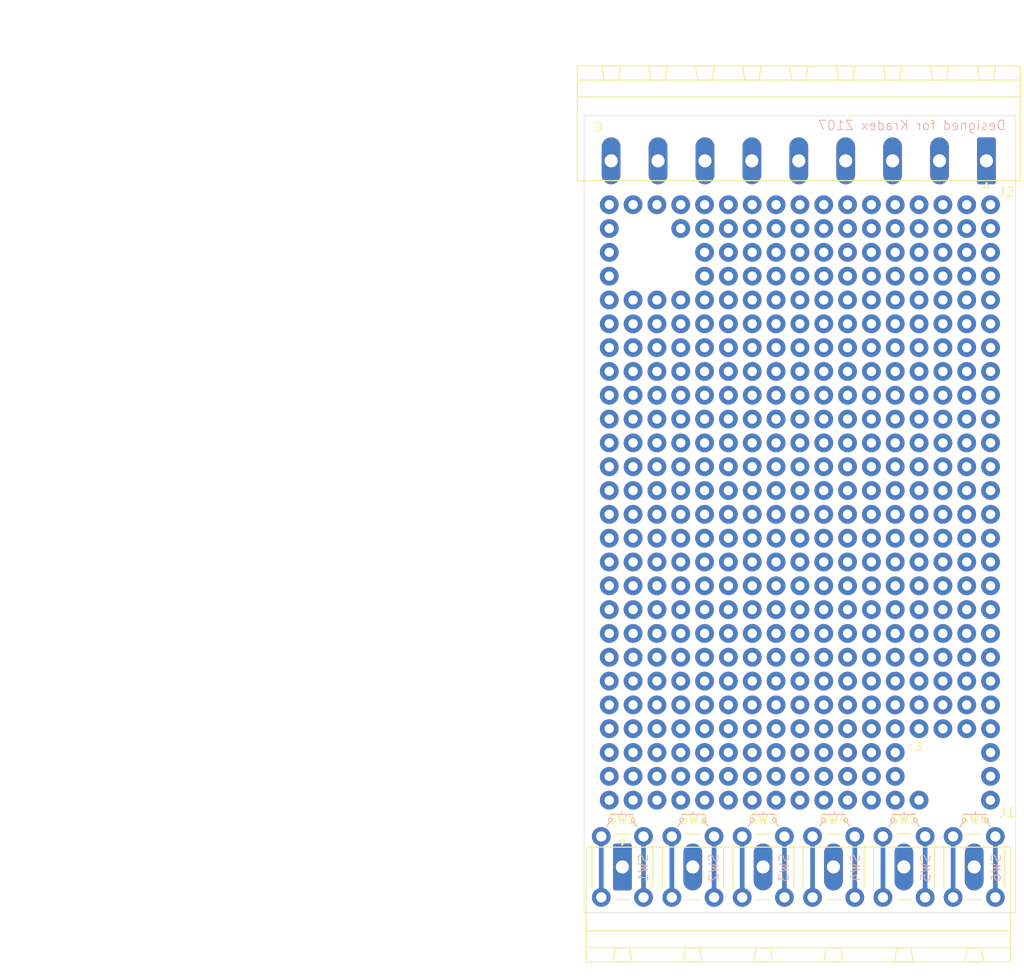
<source format=kicad_pcb>
(kicad_pcb (version 20240108) (generator "pcbnew") (generator_version "8.0")
  (layers (0 "F.Cu" signal) (31 "B.Cu" signal) (34 "B.Paste" user) (35 "F.Paste" user) (36 "B.SilkS" user "B.Silkscreen") (37 "F.SilkS" user "F.Silkscreen") (38 "B.Mask" user) (39 "F.Mask" user) (44 "Edge.Cuts" user))
  (net 0 "")
  (net 11 "unconnected-(SW1-A-Pad1)")
  (net 12 "unconnected-(SW1-B-Pad2)")
  (net 13 "unconnected-(SW2-A-Pad1)")
  (net 14 "unconnected-(SW2-B-Pad2)")
  (net 15 "unconnected-(SW3-A-Pad1)")
  (net 16 "unconnected-(SW3-B-Pad2)")
  (net 17 "unconnected-(SW4-B-Pad2)")
  (net 18 "unconnected-(SW4-A-Pad1)")
  (net 24 "unconnected-(SW5-B-Pad2)")
  (net 25 "unconnected-(SW5-A-Pad1)")
  (net 26 "unconnected-(SW6-A-Pad1)")
  (net 27 "unconnected-(SW6-B-Pad2)")
  (footprint "" (layer "F.Cu") (at 199.58 36.68)
    (property "Reference" "")
    (property "Value" "")
  )
  (footprint "" (layer "F.Cu") (at 176.72 64.62)
    (property "Reference" "")
    (property "Value" "")
  )
  (footprint "" (layer "F.Cu") (at 179.26 59.54)
    (property "Reference" "")
    (property "Value" "")
  )
  (footprint "" (layer "F.Cu") (at 191.96 36.68)
    (property "Reference" "")
    (property "Value" "")
  )
  (footprint "" (layer "F.Cu") (at 176.72 90.02)
    (property "Reference" "")
    (property "Value" "")
  )
  (footprint "" (layer "F.Cu") (at 199.58 79.86)
    (property "Reference" "")
    (property "Value" "")
  )
  (footprint "" (layer "F.Cu") (at 164.02 62.08)
    (property "Reference" "")
    (property "Value" "")
  )
  (footprint "" (layer "F.Cu") (at 197.04 90.02)
    (property "Reference" "")
    (property "Value" "")
  )
  (footprint "" (layer "F.Cu") (at 202.12 95.1)
    (property "Reference" "")
    (property "Value" "")
  )
  (footprint "" (layer "F.Cu") (at 179.26 97.64)
    (property "Reference" "")
    (property "Value" "")
  )
  (footprint "" (layer "F.Cu") (at 171.64 92.56)
    (property "Reference" "")
    (property "Value" "")
  )
  (footprint "" (layer "F.Cu") (at 181.8 97.64)
    (property "Reference" "")
    (property "Value" "")
  )
  (footprint "" (layer "F.Cu") (at 191.96 84.94)
    (property "Reference" "")
    (property "Value" "")
  )
  (footprint "" (layer "F.Cu") (at 179.26 36.68)
    (property "Reference" "")
    (property "Value" "")
  )
  (footprint "" (layer "F.Cu") (at 189.42 59.54)
    (property "Reference" "")
    (property "Value" "")
  )
  (footprint "" (layer "F.Cu") (at 176.72 97.64)
    (property "Reference" "")
    (property "Value" "")
  )
  (footprint "" (layer "F.Cu") (at 174.18 87.48)
    (property "Reference" "")
    (property "Value" "")
  )
  (footprint "" (layer "F.Cu") (at 191.96 39.22)
    (property "Reference" "")
    (property "Value" "")
  )
  (footprint "" (layer "F.Cu") (at 164.02 72.24)
    (property "Reference" "")
    (property "Value" "")
  )
  (footprint "Button_Switch_THT:SW_PUSH_6mm" (layer "F.Cu") (at 198.13 110.55 90)
    (property "Reference" "SW6")
    (property "Value" "SW_SPST")
  )
  (footprint "" (layer "F.Cu") (at 174.18 90.02)
    (property "Reference" "")
    (property "Value" "")
  )
  (footprint "" (layer "F.Cu") (at 189.42 72.24)
    (property "Reference" "")
    (property "Value" "")
  )
  (footprint "" (layer "F.Cu") (at 202.12 64.62)
    (property "Reference" "")
    (property "Value" "")
  )
  (footprint "" (layer "F.Cu") (at 171.64 67.16)
    (property "Reference" "")
    (property "Value" "")
  )
  (footprint "" (layer "F.Cu") (at 184.34 62.08)
    (property "Reference" "")
    (property "Value" "")
  )
  (footprint "" (layer "F.Cu") (at 166.56 64.62)
    (property "Reference" "")
    (property "Value" "")
  )
  (footprint "" (layer "F.Cu") (at 186.88 39.22)
    (property "Reference" "")
    (property "Value" "")
  )
  (footprint "" (layer "F.Cu") (at 202.12 74.78)
    (property "Reference" "")
    (property "Value" "")
  )
  (footprint "" (layer "F.Cu") (at 174.18 57)
    (property "Reference" "")
    (property "Value" "")
  )
  (footprint "MountingHole:MountingHole_3.2mm_M3" (layer "F.Cu") (at 165.78 42.7)
    (property "Reference" "H1" (hide yes))
    (property "Value" "MountingHole" (hide yes))
  )
  (footprint "" (layer "F.Cu") (at 176.72 82.4)
    (property "Reference" "")
    (property "Value" "")
  )
  (footprint "" (layer "F.Cu") (at 179.26 49.38)
    (property "Reference" "")
    (property "Value" "")
  )
  (footprint "" (layer "F.Cu") (at 194.5 92.56)
    (property "Reference" "")
    (property "Value" "")
  )
  (footprint "Button_Switch_THT:SW_PUSH_6mm" (layer "F.Cu") (at 175.65 110.55 90)
    (property "Reference" "SW3")
    (property "Value" "SW_SPST")
  )
  (footprint "" (layer "F.Cu") (at 184.34 57)
    (property "Reference" "")
    (property "Value" "")
  )
  (footprint "" (layer "F.Cu") (at 176.72 92.56)
    (property "Reference" "")
    (property "Value" "")
  )
  (footprint "" (layer "F.Cu") (at 174.18 64.62)
    (property "Reference" "")
    (property "Value" "")
  )
  (footprint "" (layer "F.Cu") (at 194.5 54.46)
    (property "Reference" "")
    (property "Value" "")
  )
  (footprint "" (layer "F.Cu") (at 184.34 36.68)
    (property "Reference" "")
    (property "Value" "")
  )
  (footprint "" (layer "F.Cu") (at 171.64 54.46)
    (property "Reference" "")
    (property "Value" "")
  )
  (footprint "" (layer "F.Cu") (at 194.5 84.94)
    (property "Reference" "")
    (property "Value" "")
  )
  (footprint "" (layer "F.Cu") (at 202.12 41.76)
    (property "Reference" "")
    (property "Value" "")
  )
  (footprint "" (layer "F.Cu") (at 174.18 62.08)
    (property "Reference" "")
    (property "Value" "")
  )
  (footprint "" (layer "F.Cu") (at 197.04 92.56)
    (property "Reference" "")
    (property "Value" "")
  )
  (footprint "" (layer "F.Cu") (at 199.58 44.3)
    (property "Reference" "")
    (property "Value" "")
  )
  (footprint "" (layer "F.Cu") (at 197.04 84.94)
    (property "Reference" "")
    (property "Value" "")
  )
  (footprint "" (layer "F.Cu") (at 166.56 84.94)
    (property "Reference" "")
    (property "Value" "")
  )
  (footprint "" (layer "F.Cu") (at 191.96 97.64)
    (property "Reference" "")
    (property "Value" "")
  )
  (footprint "" (layer "F.Cu") (at 161.48 54.46)
    (property "Reference" "")
    (property "Value" "")
  )
  (footprint "" (layer "F.Cu") (at 176.72 39.22)
    (property "Reference" "")
    (property "Value" "")
  )
  (footprint "" (layer "F.Cu") (at 186.88 90.02)
    (property "Reference" "")
    (property "Value" "")
  )
  (footprint "" (layer "F.Cu") (at 171.64 74.78)
    (property "Reference" "")
    (property "Value" "")
  )
  (footprint "" (layer "F.Cu") (at 179.26 74.78)
    (property "Reference" "")
    (property "Value" "")
  )
  (footprint "" (layer "F.Cu") (at 169.1 64.62)
    (property "Reference" "")
    (property "Value" "")
  )
  (footprint "" (layer "F.Cu") (at 171.64 95.1)
    (property "Reference" "")
    (property "Value" "")
  )
  (footprint "" (layer "F.Cu") (at 179.26 95.1)
    (property "Reference" "")
    (property "Value" "")
  )
  (footprint "" (layer "F.Cu") (at 184.34 51.92)
    (property "Reference" "")
    (property "Value" "")
  )
  (footprint "" (layer "F.Cu") (at 184.34 100.18)
    (property "Reference" "")
    (property "Value" "")
  )
  (footprint "" (layer "F.Cu") (at 169.1 82.4)
    (property "Reference" "")
    (property "Value" "")
  )
  (footprint "Connector_Phoenix_MSTB:PhoenixContact_MSTBA_2,5_9-G_1x09_P5.00mm_Horizontal" (layer "F.Cu") (at 201.68 32 180)
    (property "Reference" "J2")
    (property "Value" "Terminalblock9")
  )
  (footprint "" (layer "F.Cu") (at 169.1 54.46)
    (property "Reference" "")
    (property "Value" "")
  )
  (footprint "" (layer "F.Cu") (at 169.1 59.54)
    (property "Reference" "")
    (property "Value" "")
  )
  (footprint "" (layer "F.Cu") (at 179.26 84.94)
    (property "Reference" "")
    (property "Value" "")
  )
  (footprint "" (layer "F.Cu") (at 202.12 57)
    (property "Reference" "")
    (property "Value" "")
  )
  (footprint "" (layer "F.Cu") (at 186.88 97.64)
    (property "Reference" "")
    (property "Value" "")
  )
  (footprint "" (layer "F.Cu") (at 191.96 51.92)
    (property "Reference" "")
    (property "Value" "")
  )
  (footprint "" (layer "F.Cu") (at 202.12 44.3)
    (property "Reference" "")
    (property "Value" "")
  )
  (footprint "" (layer "F.Cu") (at 194.5 82.4)
    (property "Reference" "")
    (property "Value" "")
  )
  (footprint "" (layer "F.Cu") (at 202.12 67.16)
    (property "Reference" "")
    (property "Value" "")
  )
  (footprint "" (layer "F.Cu") (at 174.18 92.56)
    (property "Reference" "")
    (property "Value" "")
  )
  (footprint "" (layer "F.Cu") (at 194.5 72.24)
    (property "Reference" "")
    (property "Value" "")
  )
  (footprint "" (layer "F.Cu") (at 169.1 62.08)
    (property "Reference" "")
    (property "Value" "")
  )
  (footprint "" (layer "F.Cu") (at 199.58 82.4)
    (property "Reference" "")
    (property "Value" "")
  )
  (footprint "" (layer "F.Cu") (at 186.88 57)
    (property "Reference" "")
    (property "Value" "")
  )
  (footprint "" (layer "F.Cu") (at 202.12 77.32)
    (property "Reference" "")
    (property "Value" "")
  )
  (footprint "" (layer "F.Cu") (at 164.02 59.54)
    (property "Reference" "")
    (property "Value" "")
  )
  (footprint "" (layer "F.Cu") (at 174.18 39.22)
    (property "Reference" "")
    (property "Value" "")
  )
  (footprint "" (layer "F.Cu") (at 181.8 49.38)
    (property "Reference" "")
    (property "Value" "")
  )
  (footprint "" (layer "F.Cu") (at 191.96 41.76)
    (property "Reference" "")
    (property "Value" "")
  )
  (footprint "" (layer "F.Cu") (at 194.5 49.38)
    (property "Reference" "")
    (property "Value" "")
  )
  (footprint "" (layer "F.Cu") (at 194.5 69.7)
    (property "Reference" "")
    (property "Value" "")
  )
  (footprint "" (layer "F.Cu") (at 199.58 51.92)
    (property "Reference" "")
    (property "Value" "")
  )
  (footprint "" (layer "F.Cu") (at 189.42 92.56)
    (property "Reference" "")
    (property "Value" "")
  )
  (footprint "" (layer "F.Cu") (at 181.8 87.48)
    (property "Reference" "")
    (property "Value" "")
  )
  (footprint "" (layer "F.Cu") (at 176.72 67.16)
    (property "Reference" "")
    (property "Value" "")
  )
  (footprint "" (layer "F.Cu") (at 197.04 49.38)
    (property "Reference" "")
    (property "Value" "")
  )
  (footprint "" (layer "F.Cu") (at 199.58 62.08)
    (property "Reference" "")
    (property "Value" "")
  )
  (footprint "" (layer "F.Cu") (at 191.96 100.18)
    (property "Reference" "")
    (property "Value" "")
  )
  (footprint "" (layer "F.Cu") (at 181.8 84.94)
    (property "Reference" "")
    (property "Value" "")
  )
  (footprint "" (layer "F.Cu") (at 186.88 46.84)
    (property "Reference" "")
    (property "Value" "")
  )
  (footprint "" (layer "F.Cu") (at 186.88 100.18)
    (property "Reference" "")
    (property "Value" "")
  )
  (footprint "" (layer "F.Cu") (at 171.64 41.76)
    (property "Reference" "")
    (property "Value" "")
  )
  (footprint "" (layer "F.Cu") (at 164.02 87.48)
    (property "Reference" "")
    (property "Value" "")
  )
  (footprint "" (layer "F.Cu") (at 199.58 69.7)
    (property "Reference" "")
    (property "Value" "")
  )
  (footprint "" (layer "F.Cu") (at 171.64 69.7)
    (property "Reference" "")
    (property "Value" "")
  )
  (footprint "" (layer "F.Cu") (at 166.56 79.86)
    (property "Reference" "")
    (property "Value" "")
  )
  (footprint "" (layer "F.Cu") (at 191.96 44.3)
    (property "Reference" "")
    (property "Value" "")
  )
  (footprint "" (layer "F.Cu") (at 169.1 57)
    (property "Reference" "")
    (property "Value" "")
  )
  (footprint "" (layer "F.Cu") (at 176.72 95.1)
    (property "Reference" "")
    (property "Value" "")
  )
  (footprint "" (layer "F.Cu") (at 191.96 72.24)
    (property "Reference" "")
    (property "Value" "")
  )
  (footprint "" (layer "F.Cu") (at 202.12 49.38)
    (property "Reference" "")
    (property "Value" "")
  )
  (footprint "" (layer "F.Cu") (at 176.72 62.08)
    (property "Reference" "")
    (property "Value" "")
  )
  (footprint "" (layer "F.Cu") (at 164.02 97.64)
    (property "Reference" "")
    (property "Value" "")
  )
  (footprint "" (layer "F.Cu") (at 202.12 97.64)
    (property "Reference" "")
    (property "Value" "")
  )
  (footprint "" (layer "F.Cu") (at 176.72 79.86)
    (property "Reference" "")
    (property "Value" "")
  )
  (footprint "" (layer "F.Cu") (at 184.34 49.38)
    (property "Reference" "")
    (property "Value" "")
  )
  (footprint "" (layer "F.Cu") (at 189.42 95.1)
    (property "Reference" "")
    (property "Value" "")
  )
  (footprint "" (layer "F.Cu") (at 191.96 59.54)
    (property "Reference" "")
    (property "Value" "")
  )
  (footprint "" (layer "F.Cu") (at 184.34 87.48)
    (property "Reference" "")
    (property "Value" "")
  )
  (footprint "" (layer "F.Cu") (at 164.02 51.92)
    (property "Reference" "")
    (property "Value" "")
  )
  (footprint "" (layer "F.Cu") (at 169.1 49.38)
    (property "Reference" "")
    (property "Value" "")
  )
  (footprint "" (layer "F.Cu") (at 176.72 84.94)
    (property "Reference" "")
    (property "Value" "")
  )
  (footprint "" (layer "F.Cu") (at 189.42 44.3)
    (property "Reference" "")
    (property "Value" "")
  )
  (footprint "" (layer "F.Cu") (at 166.56 59.54)
    (property "Reference" "")
    (property "Value" "")
  )
  (footprint "" (layer "F.Cu") (at 202.12 90.02)
    (property "Reference" "")
    (property "Value" "")
  )
  (footprint "" (layer "F.Cu") (at 194.5 46.84)
    (property "Reference" "")
    (property "Value" "")
  )
  (footprint "" (layer "F.Cu") (at 186.88 54.46)
    (property "Reference" "")
    (property "Value" "")
  )
  (footprint "" (layer "F.Cu") (at 197.04 39.22)
    (property "Reference" "")
    (property "Value" "")
  )
  (footprint "" (layer "F.Cu") (at 161.48 74.78)
    (property "Reference" "")
    (property "Value" "")
  )
  (footprint "" (layer "F.Cu") (at 186.88 49.38)
    (property "Reference" "")
    (property "Value" "")
  )
  (footprint "" (layer "F.Cu") (at 199.58 84.94)
    (property "Reference" "")
    (property "Value" "")
  )
  (footprint "" (layer "F.Cu") (at 166.56 67.16)
    (property "Reference" "")
    (property "Value" "")
  )
  (footprint "" (layer "F.Cu") (at 161.48 64.62)
    (property "Reference" "")
    (property "Value" "")
  )
  (footprint "" (layer "F.Cu") (at 189.42 77.32)
    (property "Reference" "")
    (property "Value" "")
  )
  (footprint "" (layer "F.Cu") (at 181.8 77.32)
    (property "Reference" "")
    (property "Value" "")
  )
  (footprint "" (layer "F.Cu") (at 171.64 82.4)
    (property "Reference" "")
    (property "Value" "")
  )
  (footprint "" (layer "F.Cu") (at 169.1 69.7)
    (property "Reference" "")
    (property "Value" "")
  )
  (footprint "" (layer "F.Cu") (at 191.96 74.78)
    (property "Reference" "")
    (property "Value" "")
  )
  (footprint "" (layer "F.Cu") (at 169.1 39.22)
    (property "Reference" "")
    (property "Value" "")
  )
  (footprint "" (layer "F.Cu") (at 194.5 62.08)
    (property "Reference" "")
    (property "Value" "")
  )
  (footprint "" (layer "F.Cu") (at 169.1 51.92)
    (property "Reference" "")
    (property "Value" "")
  )
  (footprint "" (layer "F.Cu") (at 179.26 100.18)
    (property "Reference" "")
    (property "Value" "")
  )
  (footprint "" (layer "F.Cu") (at 181.8 57)
    (property "Reference" "")
    (property "Value" "")
  )
  (footprint "" (layer "F.Cu") (at 161.48 39.22)
    (property "Reference" "")
    (property "Value" "")
  )
  (footprint "" (layer "F.Cu") (at 189.42 62.08)
    (property "Reference" "")
    (property "Value" "")
  )
  (footprint "" (layer "F.Cu") (at 171.64 59.54)
    (property "Reference" "")
    (property "Value" "")
  )
  (footprint "" (layer "F.Cu") (at 197.04 64.62)
    (property "Reference" "")
    (property "Value" "")
  )
  (footprint "" (layer "F.Cu") (at 176.72 44.3)
    (property "Reference" "")
    (property "Value" "")
  )
  (footprint "" (layer "F.Cu") (at 176.72 59.54)
    (property "Reference" "")
    (property "Value" "")
  )
  (footprint "" (layer "F.Cu") (at 191.96 79.86)
    (property "Reference" "")
    (property "Value" "")
  )
  (footprint "Connector_Phoenix_GMSTB:PhoenixContact_GMSTBA_2,5_6-G_1x06_P7.50mm_Horizontal" (layer "F.Cu") (at 162.88 107.3)
    (property "Reference" "J1")
    (property "Value" "Terminalblock6")
  )
  (footprint "MountingHole:MountingHole_3.2mm_M3" (layer "F.Cu") (at 197.83 96.7)
    (property "Reference" "H2" (hide yes))
    (property "Value" "MountingHole" (hide yes))
  )
  (footprint "" (layer "F.Cu") (at 191.96 67.16)
    (property "Reference" "")
    (property "Value" "")
  )
  (footprint "" (layer "F.Cu") (at 166.56 51.92)
    (property "Reference" "")
    (property "Value" "")
  )
  (footprint "" (layer "F.Cu") (at 186.88 36.68)
    (property "Reference" "")
    (property "Value" "")
  )
  (footprint "" (layer "F.Cu") (at 179.26 87.48)
    (property "Reference" "")
    (property "Value" "")
  )
  (footprint "" (layer "F.Cu") (at 174.18 49.38)
    (property "Reference" "")
    (property "Value" "")
  )
  (footprint "" (layer "F.Cu") (at 202.12 59.54)
    (property "Reference" "")
    (property "Value" "")
  )
  (footprint "" (layer "F.Cu") (at 171.64 36.68)
    (property "Reference" "")
    (property "Value" "")
  )
  (footprint "" (layer "F.Cu") (at 184.34 97.64)
    (property "Reference" "")
    (property "Value" "")
  )
  (footprint "" (layer "F.Cu") (at 186.88 74.78)
    (property "Reference" "")
    (property "Value" "")
  )
  (footprint "" (layer "F.Cu") (at 171.64 79.86)
    (property "Reference" "")
    (property "Value" "")
  )
  (footprint "" (layer "F.Cu") (at 189.42 46.84)
    (property "Reference" "")
    (property "Value" "")
  )
  (footprint "" (layer "F.Cu") (at 161.48 57)
    (property "Reference" "")
    (property "Value" "")
  )
  (footprint "" (layer "F.Cu") (at 194.5 44.3)
    (property "Reference" "")
    (property "Value" "")
  )
  (footprint "" (layer "F.Cu") (at 186.88 84.94)
    (property "Reference" "")
    (property "Value" "")
  )
  (footprint "" (layer "F.Cu") (at 194.5 41.76)
    (property "Reference" "")
    (property "Value" "")
  )
  (footprint "" (layer "F.Cu") (at 194.5 36.68)
    (property "Reference" "")
    (property "Value" "")
  )
  (footprint "" (layer "F.Cu") (at 194.5 67.16)
    (property "Reference" "")
    (property "Value" "")
  )
  (footprint "" (layer "F.Cu") (at 189.42 69.7)
    (property "Reference" "")
    (property "Value" "")
  )
  (footprint "" (layer "F.Cu") (at 189.42 97.64)
    (property "Reference" "")
    (property "Value" "")
  )
  (footprint "" (layer "F.Cu") (at 181.8 41.76)
    (property "Reference" "")
    (property "Value" "")
  )
  (footprint "" (layer "F.Cu") (at 189.42 90.02)
    (property "Reference" "")
    (property "Value" "")
  )
  (footprint "" (layer "F.Cu") (at 179.26 57)
    (property "Reference" "")
    (property "Value" "")
  )
  (footprint "" (layer "F.Cu") (at 161.48 95.1)
    (property "Reference" "")
    (property "Value" "")
  )
  (footprint "" (layer "F.Cu") (at 199.58 59.54)
    (property "Reference" "")
    (property "Value" "")
  )
  (footprint "" (layer "F.Cu") (at 176.72 57)
    (property "Reference" "")
    (property "Value" "")
  )
  (footprint "" (layer "F.Cu") (at 199.58 67.16)
    (property "Reference" "")
    (property "Value" "")
  )
  (footprint "" (layer "F.Cu") (at 169.1 95.1)
    (property "Reference" "")
    (property "Value" "")
  )
  (footprint "" (layer "F.Cu") (at 171.64 87.48)
    (property "Reference" "")
    (property "Value" "")
  )
  (footprint "" (layer "F.Cu") (at 181.8 79.86)
    (property "Reference" "")
    (property "Value" "")
  )
  (footprint "" (layer "F.Cu") (at 174.18 41.76)
    (property "Reference" "")
    (property "Value" "")
  )
  (footprint "" (layer "F.Cu") (at 199.58 54.46)
    (property "Reference" "")
    (property "Value" "")
  )
  (footprint "" (layer "F.Cu") (at 199.58 64.62)
    (property "Reference" "")
    (property "Value" "")
  )
  (footprint "" (layer "F.Cu") (at 184.34 77.32)
    (property "Reference" "")
    (property "Value" "")
  )
  (footprint "" (layer "F.Cu") (at 202.12 72.24)
    (property "Reference" "")
    (property "Value" "")
  )
  (footprint "" (layer "F.Cu") (at 199.58 87.48)
    (property "Reference" "")
    (property "Value" "")
  )
  (footprint "" (layer "F.Cu") (at 161.48 51.92)
    (property "Reference" "")
    (property "Value" "")
  )
  (footprint "" (layer "F.Cu") (at 169.1 97.64)
    (property "Reference" "")
    (property "Value" "")
  )
  (footprint "" (layer "F.Cu") (at 186.88 87.48)
    (property "Reference" "")
    (property "Value" "")
  )
  (footprint "" (layer "F.Cu") (at 161.48 36.68)
    (property "Reference" "")
    (property "Value" "")
  )
  (footprint "" (layer "F.Cu") (at 186.88 82.4)
    (property "Reference" "")
    (property "Value" "")
  )
  (footprint "" (layer "F.Cu") (at 174.18 59.54)
    (property "Reference" "")
    (property "Value" "")
  )
  (footprint "" (layer "F.Cu") (at 174.18 84.94)
    (property "Reference" "")
    (property "Value" "")
  )
  (footprint "" (layer "F.Cu") (at 199.58 72.24)
    (property "Reference" "")
    (property "Value" "")
  )
  (footprint "" (layer "F.Cu") (at 179.26 51.92)
    (property "Reference" "")
    (property "Value" "")
  )
  (footprint "" (layer "F.Cu") (at 166.56 62.08)
    (property "Reference" "")
    (property "Value" "")
  )
  (footprint "" (layer "F.Cu") (at 179.26 92.56)
    (property "Reference" "")
    (property "Value" "")
  )
  (footprint "" (layer "F.Cu") (at 191.96 69.7)
    (property "Reference" "")
    (property "Value" "")
  )
  (footprint "" (layer "F.Cu") (at 166.56 92.56)
    (property "Reference" "")
    (property "Value" "")
  )
  (footprint "" (layer "F.Cu") (at 186.88 51.92)
    (property "Reference" "")
    (property "Value" "")
  )
  (footprint "" (layer "F.Cu") (at 171.64 44.3)
    (property "Reference" "")
    (property "Value" "")
  )
  (footprint "" (layer "F.Cu") (at 202.12 92.56)
    (property "Reference" "")
    (property "Value" "")
  )
  (footprint "" (layer "F.Cu") (at 191.96 46.84)
    (property "Reference" "")
    (property "Value" "")
  )
  (footprint "" (layer "F.Cu") (at 161.48 59.54)
    (property "Reference" "")
    (property "Value" "")
  )
  (footprint "" (layer "F.Cu") (at 184.34 41.76)
    (property "Reference" "")
    (property "Value" "")
  )
  (footprint "" (layer "F.Cu") (at 171.64 46.84)
    (property "Reference" "")
    (property "Value" "")
  )
  (footprint "" (layer "F.Cu") (at 184.34 74.78)
    (property "Reference" "")
    (property "Value" "")
  )
  (footprint "" (layer "F.Cu") (at 164.02 82.4)
    (property "Reference" "")
    (property "Value" "")
  )
  (footprint "" (layer "F.Cu") (at 174.18 82.4)
    (property "Reference" "")
    (property "Value" "")
  )
  (footprint "" (layer "F.Cu") (at 181.8 72.24)
    (property "Reference" "")
    (property "Value" "")
  )
  (footprint "" (layer "F.Cu") (at 194.5 79.86)
    (property "Reference" "")
    (property "Value" "")
  )
  (footprint "" (layer "F.Cu") (at 184.34 82.4)
    (property "Reference" "")
    (property "Value" "")
  )
  (footprint "" (layer "F.Cu") (at 161.48 82.4)
    (property "Reference" "")
    (property "Value" "")
  )
  (footprint "" (layer "F.Cu") (at 169.1 90.02)
    (property "Reference" "")
    (property "Value" "")
  )
  (footprint "" (layer "F.Cu") (at 181.8 67.16)
    (property "Reference" "")
    (property "Value" "")
  )
  (footprint "" (layer "F.Cu") (at 169.1 77.32)
    (property "Reference" "")
    (property "Value" "")
  )
  (footprint "" (layer "F.Cu") (at 189.42 57)
    (property "Reference" "")
    (property "Value" "")
  )
  (footprint "" (layer "F.Cu") (at 189.42 84.94)
    (property "Reference" "")
    (property "Value" "")
  )
  (footprint "" (layer "F.Cu") (at 181.8 51.92)
    (property "Reference" "")
    (property "Value" "")
  )
  (footprint "" (layer "F.Cu") (at 174.18 74.78)
    (property "Reference" "")
    (property "Value" "")
  )
  (footprint "" (layer "F.Cu") (at 197.04 69.7)
    (property "Reference" "")
    (property "Value" "")
  )
  (footprint "" (layer "F.Cu") (at 179.26 79.86)
    (property "Reference" "")
    (property "Value" "")
  )
  (footprint "" (layer "F.Cu") (at 186.88 77.32)
    (property "Reference" "")
    (property "Value" "")
  )
  (footprint "" (layer "F.Cu") (at 174.18 54.46)
    (property "Reference" "")
    (property "Value" "")
  )
  (footprint "" (layer "F.Cu") (at 186.88 72.24)
    (property "Reference" "")
    (property "Value" "")
  )
  (footprint "" (layer "F.Cu") (at 164.02 84.94)
    (property "Reference" "")
    (property "Value" "")
  )
  (footprint "" (layer "F.Cu") (at 189.42 54.46)
    (property "Reference" "")
    (property "Value" "")
  )
  (footprint "" (layer "F.Cu") (at 181.8 59.54)
    (property "Reference" "")
    (property "Value" "")
  )
  (footprint "" (layer "F.Cu") (at 179.26 62.08)
    (property "Reference" "")
    (property "Value" "")
  )
  (footprint "" (layer "F.Cu") (at 181.8 90.02)
    (property "Reference" "")
    (property "Value" "")
  )
  (footprint "" (layer "F.Cu") (at 189.42 39.22)
    (property "Reference" "")
    (property "Value" "")
  )
  (footprint "" (layer "F.Cu") (at 171.64 84.94)
    (property "Reference" "")
    (property "Value" "")
  )
  (footprint "" (layer "F.Cu") (at 166.56 87.48)
    (property "Reference" "")
    (property "Value" "")
  )
  (footprint "" (layer "F.Cu") (at 181.8 82.4)
    (property "Reference" "")
    (property "Value" "")
  )
  (footprint "" (layer "F.Cu") (at 179.26 44.3)
    (property "Reference" "")
    (property "Value" "")
  )
  (footprint "" (layer "F.Cu") (at 169.1 36.68)
    (property "Reference" "")
    (property "Value" "")
  )
  (footprint "" (layer "F.Cu") (at 181.8 92.56)
    (property "Reference" "")
    (property "Value" "")
  )
  (footprint "" (layer "F.Cu") (at 176.72 49.38)
    (property "Reference" "")
    (property "Value" "")
  )
  (footprint "" (layer "F.Cu") (at 166.56 100.18)
    (property "Reference" "")
    (property "Value" "")
  )
  (footprint "" (layer "F.Cu") (at 166.56 49.38)
    (property "Reference" "")
    (property "Value" "")
  )
  (footprint "" (layer "F.Cu") (at 179.26 72.24)
    (property "Reference" "")
    (property "Value" "")
  )
  (footprint "" (layer "F.Cu") (at 171.64 62.08)
    (property "Reference" "")
    (property "Value" "")
  )
  (footprint "" (layer "F.Cu") (at 181.8 62.08)
    (property "Reference" "")
    (property "Value" "")
  )
  (footprint "" (layer "F.Cu") (at 186.88 95.1)
    (property "Reference" "")
    (property "Value" "")
  )
  (footprint "" (layer "F.Cu") (at 202.12 36.68)
    (property "Reference" "")
    (property "Value" "")
  )
  (footprint "" (layer "F.Cu") (at 166.56 74.78)
    (property "Reference" "")
    (property "Value" "")
  )
  (footprint "" (layer "F.Cu") (at 197.04 57)
    (property "Reference" "")
    (property "Value" "")
  )
  (footprint "" (layer "F.Cu") (at 197.04 74.78)
    (property "Reference" "")
    (property "Value" "")
  )
  (footprint "" (layer "F.Cu") (at 164.02 95.1)
    (property "Reference" "")
    (property "Value" "")
  )
  (footprint "" (layer "F.Cu") (at 176.72 69.7)
    (property "Reference" "")
    (property "Value" "")
  )
  (footprint "" (layer "F.Cu") (at 174.18 77.32)
    (property "Reference" "")
    (property "Value" "")
  )
  (footprint "" (layer "F.Cu") (at 166.56 95.1)
    (property "Reference" "")
    (property "Value" "")
  )
  (footprint "" (layer "F.Cu") (at 169.1 72.24)
    (property "Reference" "")
    (property "Value" "")
  )
  (footprint "" (layer "F.Cu") (at 164.02 77.32)
    (property "Reference" "")
    (property "Value" "")
  )
  (footprint "" (layer "F.Cu") (at 164.02 90.02)
    (property "Reference" "")
    (property "Value" "")
  )
  (footprint "" (layer "F.Cu") (at 197.04 67.16)
    (property "Reference" "")
    (property "Value" "")
  )
  (footprint "" (layer "F.Cu") (at 161.48 72.24)
    (property "Reference" "")
    (property "Value" "")
  )
  (footprint "" (layer "F.Cu") (at 164.02 79.86)
    (property "Reference" "")
    (property "Value" "")
  )
  (footprint "" (layer "F.Cu") (at 186.88 41.76)
    (property "Reference" "")
    (property "Value" "")
  )
  (footprint "" (layer "F.Cu") (at 181.8 100.18)
    (property "Reference" "")
    (property "Value" "")
  )
  (footprint "" (layer "F.Cu") (at 197.04 82.4)
    (property "Reference" "")
    (property "Value" "")
  )
  (footprint "" (layer "F.Cu") (at 171.64 51.92)
    (property "Reference" "")
    (property "Value" "")
  )
  (footprint "" (layer "F.Cu") (at 174.18 100.18)
    (property "Reference" "")
    (property "Value" "")
  )
  (footprint "" (layer "F.Cu") (at 197.04 79.86)
    (property "Reference" "")
    (property "Value" "")
  )
  (footprint "" (layer "F.Cu") (at 171.64 64.62)
    (property "Reference" "")
    (property "Value" "")
  )
  (footprint "" (layer "F.Cu") (at 197.04 44.3)
    (property "Reference" "")
    (property "Value" "")
  )
  (footprint "" (layer "F.Cu") (at 161.48 67.16)
    (property "Reference" "")
    (property "Value" "")
  )
  (footprint "" (layer "F.Cu") (at 166.56 57)
    (property "Reference" "")
    (property "Value" "")
  )
  (footprint "" (layer "F.Cu") (at 161.48 49.38)
    (property "Reference" "")
    (property "Value" "")
  )
  (footprint "" (layer "F.Cu") (at 189.42 64.62)
    (property "Reference" "")
    (property "Value" "")
  )
  (footprint "" (layer "F.Cu") (at 161.48 87.48)
    (property "Reference" "")
    (property "Value" "")
  )
  (footprint "" (layer "F.Cu") (at 184.34 90.02)
    (property "Reference" "")
    (property "Value" "")
  )
  (footprint "" (layer "F.Cu") (at 174.18 46.84)
    (property "Reference" "")
    (property "Value" "")
  )
  (footprint "" (layer "F.Cu") (at 184.34 95.1)
    (property "Reference" "")
    (property "Value" "")
  )
  (footprint "" (layer "F.Cu") (at 164.02 74.78)
    (property "Reference" "")
    (property "Value" "")
  )
  (footprint "" (layer "F.Cu") (at 186.88 79.86)
    (property "Reference" "")
    (property "Value" "")
  )
  (footprint "" (layer "F.Cu") (at 194.5 57)
    (property "Reference" "")
    (property "Value" "")
  )
  (footprint "" (layer "F.Cu") (at 191.96 92.56)
    (property "Reference" "")
    (property "Value" "")
  )
  (footprint "" (layer "F.Cu") (at 171.64 57)
    (property "Reference" "")
    (property "Value" "")
  )
  (footprint "" (layer "F.Cu") (at 202.12 79.86)
    (property "Reference" "")
    (property "Value" "")
  )
  (footprint "" (layer "F.Cu") (at 171.64 49.38)
    (property "Reference" "")
    (property "Value" "")
  )
  (footprint "" (layer "F.Cu") (at 169.1 67.16)
    (property "Reference" "")
    (property "Value" "")
  )
  (footprint "" (layer "F.Cu") (at 161.48 79.86)
    (property "Reference" "")
    (property "Value" "")
  )
  (footprint "" (layer "F.Cu") (at 164.02 49.38)
    (property "Reference" "")
    (property "Value" "")
  )
  (footprint "" (layer "F.Cu") (at 179.26 39.22)
    (property "Reference" "")
    (property "Value" "")
  )
  (footprint "" (layer "F.Cu") (at 191.96 77.32)
    (property "Reference" "")
    (property "Value" "")
  )
  (footprint "" (layer "F.Cu") (at 186.88 62.08)
    (property "Reference" "")
    (property "Value" "")
  )
  (footprint "" (layer "F.Cu") (at 186.88 92.56)
    (property "Reference" "")
    (property "Value" "")
  )
  (footprint "" (layer "F.Cu") (at 202.12 51.92)
    (property "Reference" "")
    (property "Value" "")
  )
  (footprint "" (layer "F.Cu") (at 161.48 62.08)
    (property "Reference" "")
    (property "Value" "")
  )
  (footprint "" (layer "F.Cu") (at 199.58 49.38)
    (property "Reference" "")
    (property "Value" "")
  )
  (footprint "" (layer "F.Cu") (at 189.42 41.76)
    (property "Reference" "")
    (property "Value" "")
  )
  (footprint "" (layer "F.Cu") (at 176.72 36.68)
    (property "Reference" "")
    (property "Value" "")
  )
  (footprint "" (layer "F.Cu") (at 202.12 82.4)
    (property "Reference" "")
    (property "Value" "")
  )
  (footprint "" (layer "F.Cu") (at 174.18 67.16)
    (property "Reference" "")
    (property "Value" "")
  )
  (footprint "" (layer "F.Cu") (at 164.02 57)
    (property "Reference" "")
    (property "Value" "")
  )
  (footprint "" (layer "F.Cu") (at 184.34 59.54)
    (property "Reference" "")
    (property "Value" "")
  )
  (footprint "" (layer "F.Cu") (at 161.48 100.18)
    (property "Reference" "")
    (property "Value" "")
  )
  (footprint "" (layer "F.Cu") (at 179.26 41.76)
    (property "Reference" "")
    (property "Value" "")
  )
  (footprint "" (layer "F.Cu") (at 197.04 46.84)
    (property "Reference" "")
    (property "Value" "")
  )
  (footprint "" (layer "F.Cu") (at 194.5 39.22)
    (property "Reference" "")
    (property "Value" "")
  )
  (footprint "" (layer "F.Cu") (at 194.5 77.32)
    (property "Reference" "")
    (property "Value" "")
  )
  (footprint "" (layer "F.Cu") (at 171.64 72.24)
    (property "Reference" "")
    (property "Value" "")
  )
  (footprint "" (layer "F.Cu") (at 202.105444 100.18)
    (property "Reference" "")
    (property "Value" "")
  )
  (footprint "" (layer "F.Cu") (at 202.12 62.08)
    (property "Reference" "")
    (property "Value" "")
  )
  (footprint "" (layer "F.Cu") (at 189.42 51.92)
    (property "Reference" "")
    (property "Value" "")
  )
  (footprint "Button_Switch_THT:SW_PUSH_6mm" (layer "F.Cu") (at 160.63 110.55 90)
    (property "Reference" "SW1")
    (property "Value" "SW_SPST")
  )
  (footprint "" (layer "F.Cu") (at 184.34 46.84)
    (property "Reference" "")
    (property "Value" "")
  )
  (footprint "" (layer "F.Cu") (at 169.1 46.84)
    (property "Reference" "")
    (property "Value" "")
  )
  (footprint "" (layer "F.Cu") (at 186.88 59.54)
    (property "Reference" "")
    (property "Value" "")
  )
  (footprint "" (layer "F.Cu") (at 174.18 95.1)
    (property "Reference" "")
    (property "Value" "")
  )
  (footprint "" (layer "F.Cu") (at 191.96 54.46)
    (property "Reference" "")
    (property "Value" "")
  )
  (footprint "" (layer "F.Cu") (at 189.42 79.86)
    (property "Reference" "")
    (property "Value" "")
  )
  (footprint "" (layer "F.Cu") (at 197.04 72.24)
    (property "Reference" "")
    (property "Value" "")
  )
  (footprint "" (layer "F.Cu") (at 186.88 64.62)
    (property "Reference" "")
    (property "Value" "")
  )
  (footprint "" (layer "F.Cu") (at 166.56 77.32)
    (property "Reference" "")
    (property "Value" "")
  )
  (footprint "" (layer "F.Cu") (at 171.64 100.18)
    (property "Reference" "")
    (property "Value" "")
  )
  (footprint "" (layer "F.Cu") (at 164.02 100.18)
    (property "Reference" "")
    (property "Value" "")
  )
  (footprint "" (layer "F.Cu") (at 166.56 82.4)
    (property "Reference" "")
    (property "Value" "")
  )
  (footprint "" (layer "F.Cu") (at 191.96 57)
    (property "Reference" "")
    (property "Value" "")
  )
  (footprint "" (layer "F.Cu") (at 181.8 64.62)
    (property "Reference" "")
    (property "Value" "")
  )
  (footprint "" (layer "F.Cu") (at 161.48 77.32)
    (property "Reference" "")
    (property "Value" "")
  )
  (footprint "" (layer "F.Cu") (at 171.64 39.22)
    (property "Reference" "")
    (property "Value" "")
  )
  (footprint "" (layer "F.Cu") (at 166.56 36.68)
    (property "Reference" "")
    (property "Value" "")
  )
  (footprint "" (layer "F.Cu") (at 194.5 51.92)
    (property "Reference" "")
    (property "Value" "")
  )
  (footprint "" (layer "F.Cu") (at 164.02 92.56)
    (property "Reference" "")
    (property "Value" "")
  )
  (footprint "" (layer "F.Cu") (at 174.18 51.92)
    (property "Reference" "")
    (property "Value" "")
  )
  (footprint "" (layer "F.Cu") (at 171.64 77.32)
    (property "Reference" "")
    (property "Value" "")
  )
  (footprint "" (layer "F.Cu") (at 171.64 90.02)
    (property "Reference" "")
    (property "Value" "")
  )
  (footprint "" (layer "F.Cu") (at 181.8 95.1)
    (property "Reference" "")
    (property "Value" "")
  )
  (footprint "" (layer "F.Cu") (at 166.56 46.84)
    (property "Reference" "")
    (property "Value" "")
  )
  (footprint "" (layer "F.Cu") (at 179.26 64.62)
    (property "Reference" "")
    (property "Value" "")
  )
  (footprint "Button_Switch_THT:SW_PUSH_6mm" (layer "F.Cu") (at 168.15 110.55 90)
    (property "Reference" "SW2")
    (property "Value" "SW_SPST")
  )
  (footprint "" (layer "F.Cu") (at 176.72 100.18)
    (property "Reference" "")
    (property "Value" "")
  )
  (footprint "" (layer "F.Cu") (at 161.48 84.94)
    (property "Reference" "")
    (property "Value" "")
  )
  (footprint "" (layer "F.Cu") (at 176.72 46.84)
    (property "Reference" "")
    (property "Value" "")
  )
  (footprint "" (layer "F.Cu") (at 197.04 87.48)
    (property "Reference" "")
    (property "Value" "")
  )
  (footprint "" (layer "F.Cu") (at 191.96 82.4)
    (property "Reference" "")
    (property "Value" "")
  )
  (footprint "" (layer "F.Cu") (at 181.8 36.68)
    (property "Reference" "")
    (property "Value" "")
  )
  (footprint "" (layer "F.Cu") (at 166.56 90.02)
    (property "Reference" "")
    (property "Value" "")
  )
  (footprint "" (layer "F.Cu") (at 174.18 79.86)
    (property "Reference" "")
    (property "Value" "")
  )
  (footprint "" (layer "F.Cu") (at 184.34 79.86)
    (property "Reference" "")
    (property "Value" "")
  )
  (footprint "" (layer "F.Cu") (at 197.04 62.08)
    (property "Reference" "")
    (property "Value" "")
  )
  (footprint "" (layer "F.Cu") (at 169.1 84.94)
    (property "Reference" "")
    (property "Value" "")
  )
  (footprint "" (layer "F.Cu") (at 166.56 72.24)
    (property "Reference" "")
    (property "Value" "")
  )
  (footprint "" (layer "F.Cu") (at 202.12 46.84)
    (property "Reference" "")
    (property "Value" "")
  )
  (footprint "" (layer "F.Cu") (at 164.02 46.84)
    (property "Reference" "")
    (property "Value" "")
  )
  (footprint "" (layer "F.Cu") (at 189.42 74.78)
    (property "Reference" "")
    (property "Value" "")
  )
  (footprint "" (layer "F.Cu") (at 202.12 69.7)
    (property "Reference" "")
    (property "Value" "")
  )
  (footprint "" (layer "F.Cu") (at 197.04 36.68)
    (property "Reference" "")
    (property "Value" "")
  )
  (footprint "" (layer "F.Cu") (at 176.72 74.78)
    (property "Reference" "")
    (property "Value" "")
  )
  (footprint "" (layer "F.Cu") (at 194.5 100.18)
    (property "Reference" "")
    (property "Value" "")
  )
  (footprint "" (layer "F.Cu") (at 184.34 92.56)
    (property "Reference" "")
    (property "Value" "")
  )
  (footprint "" (layer "F.Cu") (at 174.18 36.68)
    (property "Reference" "")
    (property "Value" "")
  )
  (footprint "" (layer "F.Cu") (at 184.34 64.62)
    (property "Reference" "")
    (property "Value" "")
  )
  (footprint "" (layer "F.Cu") (at 184.34 69.7)
    (property "Reference" "")
    (property "Value" "")
  )
  (footprint "" (layer "F.Cu") (at 161.48 90.02)
    (property "Reference" "")
    (property "Value" "")
  )
  (footprint "" (layer "F.Cu") (at 191.96 87.48)
    (property "Reference" "")
    (property "Value" "")
  )
  (footprint "" (layer "F.Cu") (at 191.96 64.62)
    (property "Reference" "")
    (property "Value" "")
  )
  (footprint "" (layer "F.Cu") (at 169.1 100.18)
    (property "Reference" "")
    (property "Value" "")
  )
  (footprint "" (layer "F.Cu") (at 176.72 87.48)
    (property "Reference" "")
    (property "Value" "")
  )
  (footprint "" (layer "F.Cu") (at 202.12 54.46)
    (property "Reference" "")
    (property "Value" "")
  )
  (footprint "" (layer "F.Cu") (at 161.48 44.3)
    (property "Reference" "")
    (property "Value" "")
  )
  (footprint "" (layer "F.Cu") (at 161.48 97.64)
    (property "Reference" "")
    (property "Value" "")
  )
  (footprint "" (layer "F.Cu") (at 199.58 57)
    (property "Reference" "")
    (property "Value" "")
  )
  (footprint "" (layer "F.Cu") (at 166.56 54.46)
    (property "Reference" "")
    (property "Value" "")
  )
  (footprint "" (layer "F.Cu") (at 191.96 62.08)
    (property "Reference" "")
    (property "Value" "")
  )
  (footprint "" (layer "F.Cu") (at 197.04 59.54)
    (property "Reference" "")
    (property "Value" "")
  )
  (footprint "" (layer "F.Cu") (at 194.5 64.62)
    (property "Reference" "")
    (property "Value" "")
  )
  (footprint "" (layer "F.Cu") (at 179.26 67.16)
    (property "Reference" "")
    (property "Value" "")
  )
  (footprint "" (layer "F.Cu") (at 181.8 69.7)
    (property "Reference" "")
    (property "Value" "")
  )
  (footprint "" (layer "F.Cu") (at 174.18 69.7)
    (property "Reference" "")
    (property "Value" "")
  )
  (footprint "" (layer "F.Cu") (at 197.04 77.32)
    (property "Reference" "")
    (property "Value" "")
  )
  (footprint "Button_Switch_THT:SW_PUSH_6mm" (layer "F.Cu") (at 190.65 110.55 90)
    (property "Reference" "SW5")
    (property "Value" "SW_SPST")
  )
  (footprint "" (layer "F.Cu") (at 197.04 41.76)
    (property "Reference" "")
    (property "Value" "")
  )
  (footprint "" (layer "F.Cu") (at 184.34 84.94)
    (property "Reference" "")
    (property "Value" "")
  )
  (footprint "" (layer "F.Cu") (at 194.5 59.54)
    (property "Reference" "")
    (property "Value" "")
  )
  (footprint "" (layer "F.Cu") (at 169.1 87.48)
    (property "Reference" "")
    (property "Value" "")
  )
  (footprint "" (layer "F.Cu") (at 174.18 97.64)
    (property "Reference" "")
    (property "Value" "")
  )
  (footprint "" (layer "F.Cu") (at 164.02 64.62)
    (property "Reference" "")
    (property "Value" "")
  )
  (footprint "" (layer "F.Cu") (at 179.26 46.84)
    (property "Reference" "")
    (property "Value" "")
  )
  (footprint "" (layer "F.Cu") (at 161.48 41.76)
    (property "Reference" "")
    (property "Value" "")
  )
  (footprint "" (layer "F.Cu") (at 176.72 41.76)
    (property "Reference" "")
    (property "Value" "")
  )
  (footprint "" (layer "F.Cu") (at 189.42 36.68)
    (property "Reference" "")
    (property "Value" "")
  )
  (footprint "" (layer "F.Cu") (at 199.58 92.56)
    (property "Reference" "")
    (property "Value" "")
  )
  (footprint "" (layer "F.Cu") (at 169.1 79.86)
    (property "Reference" "")
    (property "Value" "")
  )
  (footprint "" (layer "F.Cu") (at 191.96 95.1)
    (property "Reference" "")
    (property "Value" "")
  )
  (footprint "" (layer "F.Cu") (at 176.72 77.32)
    (property "Reference" "")
    (property "Value" "")
  )
  (footprint "" (layer "F.Cu") (at 164.02 69.7)
    (property "Reference" "")
    (property "Value" "")
  )
  (footprint "" (layer "F.Cu") (at 179.26 82.4)
    (property "Reference" "")
    (property "Value" "")
  )
  (footprint "" (layer "F.Cu") (at 179.26 54.46)
    (property "Reference" "")
    (property "Value" "")
  )
  (footprint "" (layer "F.Cu") (at 166.56 69.7)
    (property "Reference" "")
    (property "Value" "")
  )
  (footprint "" (layer "F.Cu") (at 181.8 74.78)
    (property "Reference" "")
    (property "Value" "")
  )
  (footprint "" (layer "F.Cu") (at 179.26 69.7)
    (property "Reference" "")
    (property "Value" "")
  )
  (footprint "" (layer "F.Cu") (at 184.34 54.46)
    (property "Reference" "")
    (property "Value" "")
  )
  (footprint "" (layer "F.Cu") (at 194.5 74.78)
    (property "Reference" "")
    (property "Value" "")
  )
  (footprint "" (layer "F.Cu") (at 189.42 100.18)
    (property "Reference" "")
    (property "Value" "")
  )
  (footprint "" (layer "F.Cu") (at 199.58 46.84)
    (property "Reference" "")
    (property "Value" "")
  )
  (footprint "" (layer "F.Cu") (at 186.88 44.3)
    (property "Reference" "")
    (property "Value" "")
  )
  (footprint "" (layer "F.Cu") (at 202.12 39.22)
    (property "Reference" "")
    (property "Value" "")
  )
  (footprint "" (layer "F.Cu") (at 186.88 67.16)
    (property "Reference" "")
    (property "Value" "")
  )
  (footprint "" (layer "F.Cu") (at 171.64 97.64)
    (property "Reference" "")
    (property "Value" "")
  )
  (footprint "" (layer "F.Cu") (at 181.8 46.84)
    (property "Reference" "")
    (property "Value" "")
  )
  (footprint "" (layer "F.Cu") (at 194.5 90.02)
    (property "Reference" "")
    (property "Value" "")
  )
  (footprint "" (layer "F.Cu") (at 186.88 69.7)
    (property "Reference" "")
    (property "Value" "")
  )
  (footprint "" (layer "F.Cu") (at 176.72 72.24)
    (property "Reference" "")
    (property "Value" "")
  )
  (footprint "" (layer "F.Cu") (at 194.5 87.48)
    (property "Reference" "")
    (property "Value" "")
  )
  (footprint "" (layer "F.Cu") (at 161.48 92.56)
    (property "Reference" "")
    (property "Value" "")
  )
  (footprint "" (layer "F.Cu") (at 184.34 44.3)
    (property "Reference" "")
    (property "Value" "")
  )
  (footprint "" (layer "F.Cu") (at 199.58 39.22)
    (property "Reference" "")
    (property "Value" "")
  )
  (footprint "" (layer "F.Cu") (at 176.72 54.46)
    (property "Reference" "")
    (property "Value" "")
  )
  (footprint "" (layer "F.Cu") (at 189.42 49.38)
    (property "Reference" "")
    (property "Value" "")
  )
  (footprint "" (layer "F.Cu") (at 197.04 51.92)
    (property "Reference" "")
    (property "Value" "")
  )
  (footprint "" (layer "F.Cu") (at 184.34 67.16)
    (property "Reference" "")
    (property "Value" "")
  )
  (footprint "" (layer "F.Cu") (at 169.1 92.56)
    (property "Reference" "")
    (property "Value" "")
  )
  (footprint "" (layer "F.Cu") (at 184.34 72.24)
    (property "Reference" "")
    (property "Value" "")
  )
  (footprint "" (layer "F.Cu") (at 161.48 46.84)
    (property "Reference" "")
    (property "Value" "")
  )
  (footprint "" (layer "F.Cu") (at 181.8 54.46)
    (property "Reference" "")
    (property "Value" "")
  )
  (footprint "" (layer "F.Cu") (at 179.26 77.32)
    (property "Reference" "")
    (property "Value" "")
  )
  (footprint "" (layer "F.Cu") (at 202.12 84.94)
    (property "Reference" "")
    (property "Value" "")
  )
  (footprint "" (layer "F.Cu") (at 179.26 90.02)
    (property "Reference" "")
    (property "Value" "")
  )
  (footprint "" (layer "F.Cu") (at 199.58 90.02)
    (property "Reference" "")
    (property "Value" "")
  )
  (footprint "" (layer "F.Cu") (at 199.58 74.78)
    (property "Reference" "")
    (property "Value" "")
  )
  (footprint "" (layer "F.Cu") (at 189.42 67.16)
    (property "Reference" "")
    (property "Value" "")
  )
  (footprint "" (layer "F.Cu") (at 181.8 44.3)
    (property "Reference" "")
    (property "Value" "")
  )
  (footprint "" (layer "F.Cu") (at 164.02 54.46)
    (property "Reference" "")
    (property "Value" "")
  )
  (footprint "" (layer "F.Cu") (at 174.18 72.24)
    (property "Reference" "")
    (property "Value" "")
  )
  (footprint "" (layer "F.Cu") (at 176.72 51.92)
    (property "Reference" "")
    (property "Value" "")
  )
  (footprint "" (layer "F.Cu") (at 174.18 44.3)
    (property "Reference" "")
    (property "Value" "")
  )
  (footprint "" (layer "F.Cu") (at 199.58 41.76)
    (property "Reference" "")
    (property "Value" "")
  )
  (footprint "Button_Switch_THT:SW_PUSH_6mm" (layer "F.Cu") (at 183.15 110.55 90)
    (property "Reference" "SW4")
    (property "Value" "SW_SPST" (hide yes))
  )
  (footprint "" (layer "F.Cu") (at 164.02 67.16)
    (property "Reference" "")
    (property "Value" "")
  )
  (footprint "" (layer "F.Cu") (at 166.56 97.64)
    (property "Reference" "")
    (property "Value" "")
  )
  (footprint "" (layer "F.Cu") (at 189.42 82.4)
    (property "Reference" "")
    (property "Value" "")
  )
  (footprint "" (layer "F.Cu") (at 197.04 54.46)
    (property "Reference" "")
    (property "Value" "")
  )
  (footprint "" (layer "F.Cu") (at 169.1 74.78)
    (property "Reference" "")
    (property "Value" "")
  )
  (footprint "" (layer "F.Cu") (at 164.02 36.68)
    (property "Reference" "")
    (property "Value" "")
  )
  (footprint "" (layer "F.Cu") (at 189.42 87.48)
    (property "Reference" "")
    (property "Value" "")
  )
  (footprint "" (layer "F.Cu") (at 202.12 87.48)
    (property "Reference" "")
    (property "Value" "")
  )
  (footprint "" (layer "F.Cu") (at 199.58 77.32)
    (property "Reference" "")
    (property "Value" "")
  )
  (footprint "" (layer "F.Cu") (at 161.48 69.7)
    (property "Reference" "")
    (property "Value" "")
  )
  (footprint "" (layer "F.Cu") (at 191.96 49.38)
    (property "Reference" "")
    (property "Value" "")
  )
  (footprint "" (layer "F.Cu") (at 191.96 90.02)
    (property "Reference" "")
    (property "Value" "")
  )
  (footprint "" (layer "F.Cu") (at 181.8 39.22)
    (property "Reference" "")
    (property "Value" "")
  )
  (footprint "" (layer "F.Cu") (at 184.34 39.22)
    (property "Reference" "")
    (property "Value" "")
  )
  (gr_circle (center 201.7 102.3) (end 201.7 102.5) (stroke (width 0.1)) (fill none) (layer "B.SilkS"))
  (gr_circle (center 176.7 102.3) (end 176.7 102.5) (stroke (width 0.1)) (fill none) (layer "B.SilkS"))
  (gr_circle (center 184.3 102.3) (end 184.3 102.5) (stroke (width 0.1)) (fill none) (layer "B.SilkS"))
  (gr_line (start 185.5 101.7) (end 184.3 101.7) (stroke (width 0.1)) (layer "B.SilkS"))
  (gr_line (start 162.8 101.4) (end 162.8 101.7) (stroke (width 0.1)) (layer "B.SilkS"))
  (gr_line (start 201.8 102.5) (end 202.1 103) (stroke (width 0.1)) (layer "B.SilkS"))
  (gr_line (start 179.2 102.5) (end 179.5 103) (stroke (width 0.1)) (layer "B.SilkS"))
  (gr_line (start 200.5 101.4) (end 200.5 101.7) (stroke (width 0.1)) (layer "B.SilkS"))
  (gr_line (start 192.9 101.7) (end 194.1 101.7) (stroke (width 0.1)) (layer "B.SilkS"))
  (gr_line (start 194.2 102.5) (end 194.5 103) (stroke (width 0.1)) (layer "B.SilkS"))
  (gr_circle (center 191.7 102.3) (end 191.7 102.5) (stroke (width 0.1)) (fill none) (layer "B.SilkS"))
  (gr_line (start 161.5 102.5) (end 161.2 103) (stroke (width 0.1)) (layer "B.SilkS"))
  (gr_circle (center 169.2 102.3) (end 169.2 102.5) (stroke (width 0.1)) (fill none) (layer "B.SilkS"))
  (gr_line (start 170.4 101.4) (end 170.4 101.7) (stroke (width 0.1)) (layer "B.SilkS"))
  (gr_line (start 185.5 101.4) (end 185.5 101.7) (stroke (width 0.1)) (layer "B.SilkS"))
  (gr_line (start 192.9 101.4) (end 192.9 101.7) (stroke (width 0.1)) (layer "B.SilkS"))
  (gr_line (start 191.6 102.5) (end 191.3 103) (stroke (width 0.1)) (layer "B.SilkS"))
  (gr_circle (center 171.6 102.3) (end 171.6 102.5) (stroke (width 0.1)) (fill none) (layer "B.SilkS"))
  (gr_line (start 177.9 101.7) (end 176.7 101.7) (stroke (width 0.1)) (layer "B.SilkS"))
  (gr_circle (center 179.1 102.3) (end 179.1 102.5) (stroke (width 0.1)) (fill none) (layer "B.SilkS"))
  (gr_line (start 169.1 102.5) (end 168.8 103) (stroke (width 0.1)) (layer "B.SilkS"))
  (gr_line (start 186.8 102.5) (end 187.1 103) (stroke (width 0.1)) (layer "B.SilkS"))
  (gr_circle (center 194.1 102.3) (end 194.1 102.5) (stroke (width 0.1)) (fill none) (layer "B.SilkS"))
  (gr_line (start 185.5 101.7) (end 186.7 101.7) (stroke (width 0.1)) (layer "B.SilkS"))
  (gr_circle (center 186.7 102.3) (end 186.7 102.5) (stroke (width 0.1)) (fill none) (layer "B.SilkS"))
  (gr_line (start 199.2 102.5) (end 198.9 103) (stroke (width 0.1)) (layer "B.SilkS"))
  (gr_line (start 170.4 101.7) (end 169.2 101.7) (stroke (width 0.1)) (layer "B.SilkS"))
  (gr_line (start 162.8 101.7) (end 164 101.7) (stroke (width 0.1)) (layer "B.SilkS"))
  (gr_line (start 164.1 102.5) (end 164.4 103) (stroke (width 0.1)) (layer "B.SilkS"))
  (gr_circle (center 199.3 102.3) (end 199.3 102.5) (stroke (width 0.1)) (fill none) (layer "B.SilkS"))
  (gr_line (start 177.9 101.4) (end 177.9 101.7) (stroke (width 0.1)) (layer "B.SilkS"))
  (gr_line (start 162.8 101.7) (end 161.6 101.7) (stroke (width 0.1)) (layer "B.SilkS"))
  (gr_circle (center 161.6 102.3) (end 161.6 102.5) (stroke (width 0.1)) (fill none) (layer "B.SilkS"))
  (gr_line (start 176.6 102.5) (end 176.3 103) (stroke (width 0.1)) (layer "B.SilkS"))
  (gr_line (start 170.4 101.7) (end 171.6 101.7) (stroke (width 0.1)) (layer "B.SilkS"))
  (gr_line (start 200.5 101.7) (end 201.7 101.7) (stroke (width 0.1)) (layer "B.SilkS"))
  (gr_line (start 171.7 102.5) (end 172 103) (stroke (width 0.1)) (layer "B.SilkS"))
  (gr_line (start 184.2 102.5) (end 183.9 103) (stroke (width 0.1)) (layer "B.SilkS"))
  (gr_line (start 200.5 101.7) (end 199.3 101.7) (stroke (width 0.1)) (layer "B.SilkS"))
  (gr_circle (center 164 102.3) (end 164 102.5) (stroke (width 0.1)) (fill none) (layer "B.SilkS"))
  (gr_line (start 192.9 101.7) (end 191.7 101.7) (stroke (width 0.1)) (layer "B.SilkS"))
  (gr_line (start 177.9 101.7) (end 179.1 101.7) (stroke (width 0.1)) (layer "B.SilkS"))
  (gr_rect (start 158.8 27.2) (end 204.8 112.2) (stroke (width 0.05)) (fill none) (layer "Edge.Cuts"))
  (gr_text "Designed for Kradex Z107" (at 203.8 28.8 0) (layer "B.SilkS") (effects (font (size 1 1) (thickness 0.1)) (justify left bottom mirror)))
  (gr_text "SW6" (at 203.3 105.8 90) (layer "B.SilkS") (effects (font (size 1 1) (thickness 0.1)) (justify left bottom mirror)))
  (gr_text "SW3" (at 180.7 105.8 90) (layer "B.SilkS") (effects (font (size 1 1) (thickness 0.1)) (justify left bottom mirror)))
  (gr_text "SW2" (at 173.2 105.8 90) (layer "B.SilkS") (effects (font (size 1 1) (thickness 0.1)) (justify left bottom mirror)))
  (gr_text "SW1" (at 165.7 105.8 90) (layer "B.SilkS") (effects (font (size 1 1) (thickness 0.1)) (justify left bottom mirror)))
  (gr_text "SW4" (at 188.3 105.8 90) (layer "B.SilkS") (effects (font (size 1 1) (thickness 0.1)) (justify left bottom mirror)))
  (gr_text "SW5" (at 195.8 105.8 90) (layer "B.SilkS") (effects (font (size 1 1) (thickness 0.1)) (justify left bottom mirror)))
  (gr_text "" (at 202.12 54.46 0) (layer "F.SilkS") (effects (font (size 1.27 1.27))))
  (gr_text "" (at 189.42 41.76 0) (layer "F.SilkS") (effects (font (size 1.27 1.27))))
  (gr_text "" (at 176.72 54.46 0) (layer "F.SilkS") (effects (font (size 1.27 1.27))))
  (gr_text "" (at 164.02 49.38 0) (layer "F.SilkS") (effects (font (size 1.27 1.27))))
  (gr_text "" (at 171.64 54.46 0) (layer "F.SilkS") (effects (font (size 1.27 1.27))))
  (gr_text "" (at 191.96 49.38 0) (layer "F.SilkS") (effects (font (size 1.27 1.27))))
  (gr_text "" (at 199.58 54.46 0) (layer "F.SilkS") (effects (font (size 1.27 1.27))))
  (gr_text "" (at 199.58 49.38 0) (layer "F.SilkS") (effects (font (size 1.27 1.27))))
  (gr_text "" (at 181.8 49.38 0) (layer "F.SilkS") (effects (font (size 1.27 1.27))))
  (gr_text "" (at 169.1 54.46 0) (layer "F.SilkS") (effects (font (size 1.27 1.27))))
  (gr_text ":3" (at 159.448 29.06 0) (layer "F.SilkS") (effects (font (size 1 1) (thickness 0.1)) (justify left bottom)))
  (gr_text "" (at 184.34 54.46 0) (layer "F.SilkS") (effects (font (size 1.27 1.27))))
  (gr_text "" (at 197.04 41.76 0) (layer "F.SilkS") (effects (font (size 1.27 1.27))))
  (gr_text ":3" (at 193.484 95.1 0) (layer "F.SilkS") (effects (font (size 1 1) (thickness 0.1)) (justify left bottom)))
  (gr_text "" (at 184.34 49.38 0) (layer "F.SilkS") (effects (font (size 1.27 1.27))))
  (gr_text "" (at 181.8 54.46 0) (layer "F.SilkS") (effects (font (size 1.27 1.27))))
  (gr_text "" (at 186.88 49.38 0) (layer "F.SilkS") (effects (font (size 1.27 1.27))))
  (gr_text "" (at 186.88 41.76 0) (layer "F.SilkS") (effects (font (size 1.27 1.27))))
  (gr_text "" (at 199.58 41.76 0) (layer "F.SilkS") (effects (font (size 1.27 1.27))))
  (gr_text "" (at 191.96 54.46 0) (layer "F.SilkS") (effects (font (size 1.27 1.27))))
  (gr_text "" (at 166.56 49.38 0) (layer "F.SilkS") (effects (font (size 1.27 1.27))))
  (gr_text "" (at 166.56 54.46 0) (layer "F.SilkS") (effects (font (size 1.27 1.27))))
  (gr_text "" (at 171.64 41.76 0) (layer "F.SilkS") (effects (font (size 1.27 1.27))))
  (gr_text "" (at 202.12 41.76 0) (layer "F.SilkS") (effects (font (size 1.27 1.27))))
  (gr_text "" (at 171.64 49.38 0) (layer "F.SilkS") (effects (font (size 1.27 1.27))))
  (gr_text "" (at 164.02 54.46 0) (layer "F.SilkS") (effects (font (size 1.27 1.27))))
  (gr_text "" (at 202.12 49.38 0) (layer "F.SilkS") (effects (font (size 1.27 1.27))))
  (gr_text "" (at 176.72 41.76 0) (layer "F.SilkS") (effects (font (size 1.27 1.27))))
  (gr_text "" (at 176.72 49.38 0) (layer "F.SilkS") (effects (font (size 1.27 1.27))))
  (gr_text "" (at 174.18 49.38 0) (layer "F.SilkS") (effects (font (size 1.27 1.27))))
  (gr_text "" (at 186.88 54.46 0) (layer "F.SilkS") (effects (font (size 1.27 1.27))))
  (gr_text "" (at 184.34 41.76 0) (layer "F.SilkS") (effects (font (size 1.27 1.27))))
  (gr_text "" (at 161.48 54.46 0) (layer "F.SilkS") (effects (font (size 1.27 1.27))))
  (gr_text "" (at 179.26 49.38 0) (layer "F.SilkS") (effects (font (size 1.27 1.27))))
  (gr_text "" (at 197.04 49.38 0) (layer "F.SilkS") (effects (font (size 1.27 1.27))))
  (gr_text "" (at 194.5 54.46 0) (layer "F.SilkS") (effects (font (size 1.27 1.27))))
  (gr_text "" (at 189.42 49.38 0) (layer "F.SilkS") (effects (font (size 1.27 1.27))))
  (gr_text "" (at 179.26 54.46 0) (layer "F.SilkS") (effects (font (size 1.27 1.27))))
  (gr_text "" (at 169.1 49.38 0) (layer "F.SilkS") (effects (font (size 1.27 1.27))))
  (gr_text "" (at 194.5 41.76 0) (layer "F.SilkS") (effects (font (size 1.27 1.27))))
  (gr_text "" (at 189.42 54.46 0) (layer "F.SilkS") (effects (font (size 1.27 1.27))))
  (gr_text "" (at 174.18 54.46 0) (layer "F.SilkS") (effects (font (size 1.27 1.27))))
  (gr_text "" (at 194.5 49.38 0) (layer "F.SilkS") (effects (font (size 1.27 1.27))))
  (gr_text "" (at 174.18 41.76 0) (layer "F.SilkS") (effects (font (size 1.27 1.27))))
  (gr_text "" (at 179.26 41.76 0) (layer "F.SilkS") (effects (font (size 1.27 1.27))))
  (gr_text "" (at 191.96 41.76 0) (layer "F.SilkS") (effects (font (size 1.27 1.27))))
  (gr_text "" (at 161.48 49.38 0) (layer "F.SilkS") (effects (font (size 1.27 1.27))))
  (gr_text "" (at 197.04 54.46 0) (layer "F.SilkS") (effects (font (size 1.27 1.27))))
  (gr_text "" (at 181.8 41.76 0) (layer "F.SilkS") (effects (font (size 1.27 1.27))))
  (segment (start 160.63 104.05) (end 160.63 110.55) (width 0.5) (layer "B.Cu") (net 11))
  (segment (start 165.13 104.05) (end 165.13 110.55) (width 0.5) (layer "B.Cu") (net 12))
  (segment (start 168.15 104.05) (end 168.15 110.55) (width 0.5) (layer "B.Cu") (net 13))
  (segment (start 172.65 104.05) (end 172.65 110.55) (width 0.5) (layer "B.Cu") (net 14))
  (segment (start 175.65 104.05) (end 175.65 110.55) (width 0.5) (layer "B.Cu") (net 15))
  (segment (start 180.15 104.05) (end 180.15 110.55) (width 0.5) (layer "B.Cu") (net 16))
  (segment (start 187.65 104.05) (end 187.65 110.55) (width 0.5) (layer "B.Cu") (net 17))
  (segment (start 183.15 104.05) (end 183.15 110.55) (width 0.5) (layer "B.Cu") (net 18))
  (segment (start 195.15 104.05) (end 195.15 110.55) (width 0.5) (layer "B.Cu") (net 24))
  (segment (start 190.65 104.05) (end 190.65 110.55) (width 0.5) (layer "B.Cu") (net 25))
  (segment (start 198.13 104.05) (end 198.13 110.55) (width 0.5) (layer "B.Cu") (net 26))
  (segment (start 202.63 104.05) (end 202.63 110.55) (width 0.5) (layer "B.Cu") (net 27))
)
</source>
